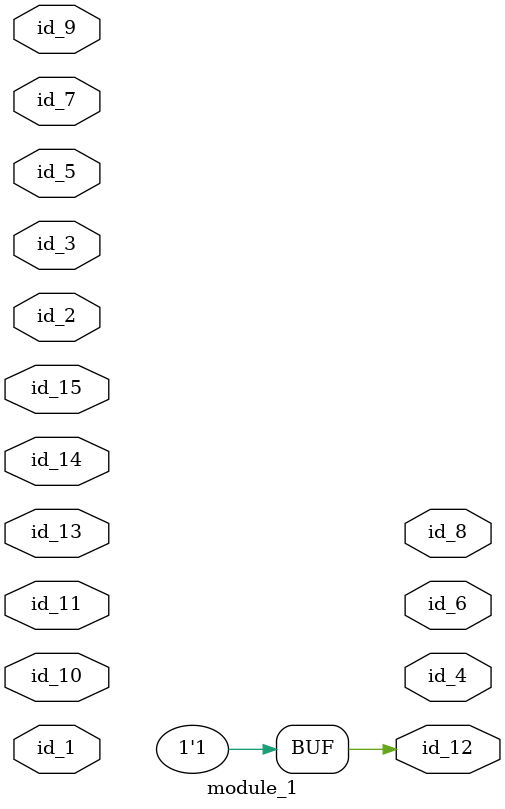
<source format=v>
module module_0;
  wire id_2;
endmodule
module module_1 (
    id_1,
    id_2,
    id_3,
    id_4,
    id_5,
    id_6,
    id_7,
    id_8,
    id_9,
    id_10,
    id_11,
    id_12,
    id_13,
    id_14,
    id_15
);
  input wire id_15;
  inout wire id_14;
  input wire id_13;
  output wire id_12;
  input wire id_11;
  input wire id_10;
  inout wire id_9;
  output wire id_8;
  inout wire id_7;
  output wire id_6;
  input wire id_5;
  output wire id_4;
  inout wire id_3;
  inout wire id_2;
  inout wire id_1;
  wire id_16;
  wire id_17;
  assign id_12 = 1;
  module_0 modCall_1 ();
endmodule

</source>
